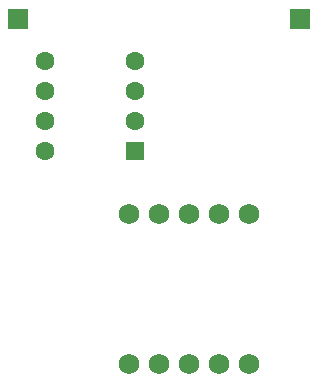
<source format=gbs>
G04 ---------------------------- Layer name :BOTTOM SOLDER LAYER*
G04 EasyEDA v5.3.14, Mon, 30 Apr 2018 16:42:48 GMT*
G04 Gerber Generator version 0.2*
G04 Scale: 100 percent, Rotated: No, Reflected: No *
G04 Dimensions in inches *
G04 leading zeros omitted , absolute positions ,2 integer and 4 decimal *
%FSLAX24Y24*%
%MOIN*%
G90*
G70D02*

%ADD20C,0.068000*%
%ADD21R,0.063000X0.063000*%
%ADD22C,0.063000*%
%ADD23R,0.068000X0.068000*%

%LPD*%
G54D20*
G01X4700Y5500D03*
G01X5700Y5500D03*
G01X6700Y5500D03*
G01X7700Y5500D03*
G01X8700Y5500D03*
G01X8700Y500D03*
G01X7700Y500D03*
G01X6700Y500D03*
G01X5700Y500D03*
G01X4700Y500D03*
G54D21*
G01X4900Y7600D03*
G54D22*
G01X4900Y8600D03*
G01X4900Y9600D03*
G01X4900Y10600D03*
G01X1900Y10600D03*
G01X1900Y9600D03*
G01X1900Y8600D03*
G01X1900Y7600D03*
G54D23*
G01X1000Y12000D03*
G01X10400Y12000D03*
M00*
M02*

</source>
